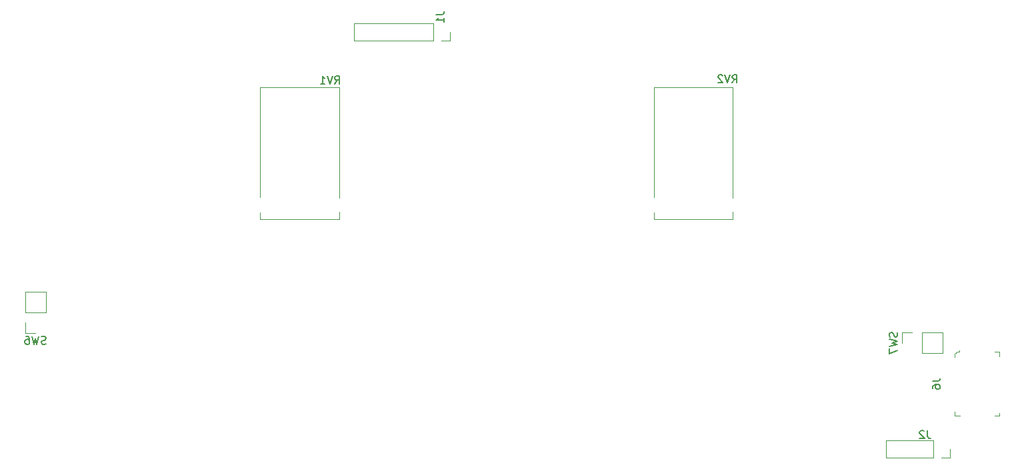
<source format=gbo>
G04 #@! TF.GenerationSoftware,KiCad,Pcbnew,(6.0.1)*
G04 #@! TF.CreationDate,2022-02-21T08:53:05-08:00*
G04 #@! TF.ProjectId,PhobGCC,50686f62-4743-4432-9e6b-696361645f70,rev?*
G04 #@! TF.SameCoordinates,Original*
G04 #@! TF.FileFunction,Legend,Bot*
G04 #@! TF.FilePolarity,Positive*
%FSLAX46Y46*%
G04 Gerber Fmt 4.6, Leading zero omitted, Abs format (unit mm)*
G04 Created by KiCad (PCBNEW (6.0.1)) date 2022-02-21 08:53:05*
%MOMM*%
%LPD*%
G01*
G04 APERTURE LIST*
G04 Aperture macros list*
%AMRoundRect*
0 Rectangle with rounded corners*
0 $1 Rounding radius*
0 $2 $3 $4 $5 $6 $7 $8 $9 X,Y pos of 4 corners*
0 Add a 4 corners polygon primitive as box body*
4,1,4,$2,$3,$4,$5,$6,$7,$8,$9,$2,$3,0*
0 Add four circle primitives for the rounded corners*
1,1,$1+$1,$2,$3*
1,1,$1+$1,$4,$5*
1,1,$1+$1,$6,$7*
1,1,$1+$1,$8,$9*
0 Add four rect primitives between the rounded corners*
20,1,$1+$1,$2,$3,$4,$5,0*
20,1,$1+$1,$4,$5,$6,$7,0*
20,1,$1+$1,$6,$7,$8,$9,0*
20,1,$1+$1,$8,$9,$2,$3,0*%
%AMHorizOval*
0 Thick line with rounded ends*
0 $1 width*
0 $2 $3 position (X,Y) of the first rounded end (center of the circle)*
0 $4 $5 position (X,Y) of the second rounded end (center of the circle)*
0 Add line between two ends*
20,1,$1,$2,$3,$4,$5,0*
0 Add two circle primitives to create the rounded ends*
1,1,$1,$2,$3*
1,1,$1,$4,$5*%
G04 Aperture macros list end*
%ADD10C,0.150000*%
%ADD11C,0.120000*%
%ADD12C,0.100000*%
%ADD13C,1.498000*%
%ADD14RoundRect,0.200000X-0.423205X-0.333013X-0.076795X-0.533013X0.423205X0.333013X0.076795X0.533013X0*%
%ADD15C,1.600000*%
%ADD16HorizOval,1.600000X-0.026168X-0.499315X0.026168X0.499315X0*%
%ADD17C,2.000000*%
%ADD18HorizOval,2.800000X-0.568661X0.191376X0.568661X-0.191376X0*%
%ADD19HorizOval,0.800000X-0.018318X-0.349520X0.018318X0.349520X0*%
%ADD20HorizOval,0.800000X-0.349520X0.018318X0.349520X-0.018318X0*%
%ADD21R,1.700000X1.700000*%
%ADD22R,1.600000X1.600000*%
%ADD23C,5.200000*%
%ADD24C,1.800000*%
%ADD25C,2.400000*%
%ADD26C,2.200000*%
%ADD27O,2.800000X2.200000*%
%ADD28O,1.700000X1.700000*%
%ADD29O,1.600000X2.500000*%
%ADD30C,1.400000*%
%ADD31R,1.350000X1.350000*%
%ADD32O,1.350000X1.350000*%
%ADD33R,1.400000X1.400000*%
%ADD34O,1.400000X1.400000*%
%ADD35R,1.350000X0.400000*%
%ADD36O,1.550000X1.000000*%
%ADD37O,0.950000X1.250000*%
G04 APERTURE END LIST*
D10*
X55383333Y-92534761D02*
X55240476Y-92582380D01*
X55002380Y-92582380D01*
X54907142Y-92534761D01*
X54859523Y-92487142D01*
X54811904Y-92391904D01*
X54811904Y-92296666D01*
X54859523Y-92201428D01*
X54907142Y-92153809D01*
X55002380Y-92106190D01*
X55192857Y-92058571D01*
X55288095Y-92010952D01*
X55335714Y-91963333D01*
X55383333Y-91868095D01*
X55383333Y-91772857D01*
X55335714Y-91677619D01*
X55288095Y-91630000D01*
X55192857Y-91582380D01*
X54954761Y-91582380D01*
X54811904Y-91630000D01*
X54478571Y-91582380D02*
X54240476Y-92582380D01*
X54050000Y-91868095D01*
X53859523Y-92582380D01*
X53621428Y-91582380D01*
X52811904Y-91582380D02*
X53002380Y-91582380D01*
X53097619Y-91630000D01*
X53145238Y-91677619D01*
X53240476Y-91820476D01*
X53288095Y-92010952D01*
X53288095Y-92391904D01*
X53240476Y-92487142D01*
X53192857Y-92534761D01*
X53097619Y-92582380D01*
X52907142Y-92582380D01*
X52811904Y-92534761D01*
X52764285Y-92487142D01*
X52716666Y-92391904D01*
X52716666Y-92153809D01*
X52764285Y-92058571D01*
X52811904Y-92010952D01*
X52907142Y-91963333D01*
X53097619Y-91963333D01*
X53192857Y-92010952D01*
X53240476Y-92058571D01*
X53288095Y-92153809D01*
X163474761Y-91066666D02*
X163522380Y-91209523D01*
X163522380Y-91447619D01*
X163474761Y-91542857D01*
X163427142Y-91590476D01*
X163331904Y-91638095D01*
X163236666Y-91638095D01*
X163141428Y-91590476D01*
X163093809Y-91542857D01*
X163046190Y-91447619D01*
X162998571Y-91257142D01*
X162950952Y-91161904D01*
X162903333Y-91114285D01*
X162808095Y-91066666D01*
X162712857Y-91066666D01*
X162617619Y-91114285D01*
X162570000Y-91161904D01*
X162522380Y-91257142D01*
X162522380Y-91495238D01*
X162570000Y-91638095D01*
X162522380Y-91971428D02*
X163522380Y-92209523D01*
X162808095Y-92400000D01*
X163522380Y-92590476D01*
X162522380Y-92828571D01*
X162522380Y-93114285D02*
X162522380Y-93780952D01*
X163522380Y-93352380D01*
X142545238Y-59352380D02*
X142878571Y-58876190D01*
X143116666Y-59352380D02*
X143116666Y-58352380D01*
X142735714Y-58352380D01*
X142640476Y-58400000D01*
X142592857Y-58447619D01*
X142545238Y-58542857D01*
X142545238Y-58685714D01*
X142592857Y-58780952D01*
X142640476Y-58828571D01*
X142735714Y-58876190D01*
X143116666Y-58876190D01*
X142259523Y-58352380D02*
X141926190Y-59352380D01*
X141592857Y-58352380D01*
X141307142Y-58447619D02*
X141259523Y-58400000D01*
X141164285Y-58352380D01*
X140926190Y-58352380D01*
X140830952Y-58400000D01*
X140783333Y-58447619D01*
X140735714Y-58542857D01*
X140735714Y-58638095D01*
X140783333Y-58780952D01*
X141354761Y-59352380D01*
X140735714Y-59352380D01*
X92045238Y-59502380D02*
X92378571Y-59026190D01*
X92616666Y-59502380D02*
X92616666Y-58502380D01*
X92235714Y-58502380D01*
X92140476Y-58550000D01*
X92092857Y-58597619D01*
X92045238Y-58692857D01*
X92045238Y-58835714D01*
X92092857Y-58930952D01*
X92140476Y-58978571D01*
X92235714Y-59026190D01*
X92616666Y-59026190D01*
X91759523Y-58502380D02*
X91426190Y-59502380D01*
X91092857Y-58502380D01*
X90235714Y-59502380D02*
X90807142Y-59502380D01*
X90521428Y-59502380D02*
X90521428Y-58502380D01*
X90616666Y-58645238D01*
X90711904Y-58740476D01*
X90807142Y-58788095D01*
X167333333Y-103552380D02*
X167333333Y-104266666D01*
X167380952Y-104409523D01*
X167476190Y-104504761D01*
X167619047Y-104552380D01*
X167714285Y-104552380D01*
X166904761Y-103647619D02*
X166857142Y-103600000D01*
X166761904Y-103552380D01*
X166523809Y-103552380D01*
X166428571Y-103600000D01*
X166380952Y-103647619D01*
X166333333Y-103742857D01*
X166333333Y-103838095D01*
X166380952Y-103980952D01*
X166952380Y-104552380D01*
X166333333Y-104552380D01*
X104952380Y-50666666D02*
X105666666Y-50666666D01*
X105809523Y-50619047D01*
X105904761Y-50523809D01*
X105952380Y-50380952D01*
X105952380Y-50285714D01*
X105952380Y-51666666D02*
X105952380Y-51095238D01*
X105952380Y-51380952D02*
X104952380Y-51380952D01*
X105095238Y-51285714D01*
X105190476Y-51190476D01*
X105238095Y-51095238D01*
X167952380Y-97266666D02*
X168666666Y-97266666D01*
X168809523Y-97219047D01*
X168904761Y-97123809D01*
X168952380Y-96980952D01*
X168952380Y-96885714D01*
X167952380Y-98171428D02*
X167952380Y-97980952D01*
X168000000Y-97885714D01*
X168047619Y-97838095D01*
X168190476Y-97742857D01*
X168380952Y-97695238D01*
X168761904Y-97695238D01*
X168857142Y-97742857D01*
X168904761Y-97790476D01*
X168952380Y-97885714D01*
X168952380Y-98076190D01*
X168904761Y-98171428D01*
X168857142Y-98219047D01*
X168761904Y-98266666D01*
X168523809Y-98266666D01*
X168428571Y-98219047D01*
X168380952Y-98171428D01*
X168333333Y-98076190D01*
X168333333Y-97885714D01*
X168380952Y-97790476D01*
X168428571Y-97742857D01*
X168523809Y-97695238D01*
D11*
X52720000Y-89800000D02*
X52720000Y-91130000D01*
X52720000Y-88530000D02*
X52720000Y-85930000D01*
X52720000Y-85930000D02*
X55380000Y-85930000D01*
X55380000Y-88530000D02*
X55380000Y-85930000D01*
X52720000Y-88530000D02*
X55380000Y-88530000D01*
X52720000Y-91130000D02*
X54050000Y-91130000D01*
X166670000Y-93730000D02*
X169270000Y-93730000D01*
X166670000Y-91070000D02*
X169270000Y-91070000D01*
X169270000Y-91070000D02*
X169270000Y-93730000D01*
X165400000Y-91070000D02*
X164070000Y-91070000D01*
X164070000Y-91070000D02*
X164070000Y-92400000D01*
X166670000Y-91070000D02*
X166670000Y-93730000D01*
D12*
X142600000Y-59900000D02*
X132600000Y-59900000D01*
X142600000Y-59900000D02*
X142600000Y-76650000D01*
X142600000Y-76650000D02*
X132600000Y-76650000D01*
X132600000Y-59900000D02*
X132600000Y-76650000D01*
X92600000Y-76650000D02*
X82600000Y-76650000D01*
X92600000Y-59900000D02*
X82600000Y-59900000D01*
X82600000Y-59900000D02*
X82600000Y-76650000D01*
X92600000Y-59900000D02*
X92600000Y-76650000D01*
D11*
X168100000Y-106960000D02*
X162040000Y-106960000D01*
X162040000Y-106960000D02*
X162040000Y-104840000D01*
X170160000Y-106960000D02*
X170160000Y-105900000D01*
X169100000Y-106960000D02*
X170160000Y-106960000D01*
X168100000Y-104840000D02*
X162040000Y-104840000D01*
X168100000Y-106960000D02*
X168100000Y-104840000D01*
X104600000Y-53960000D02*
X94540000Y-53960000D01*
X105600000Y-53960000D02*
X106660000Y-53960000D01*
X104600000Y-53960000D02*
X104600000Y-51840000D01*
X94540000Y-53960000D02*
X94540000Y-51840000D01*
X104600000Y-51840000D02*
X94540000Y-51840000D01*
X106660000Y-53960000D02*
X106660000Y-52900000D01*
D12*
X171400000Y-93500000D02*
X171400000Y-93350000D01*
X170750000Y-94250000D02*
X170750000Y-93800000D01*
X170750000Y-101700000D02*
X171450000Y-101700000D01*
X170750000Y-93800000D02*
X171100000Y-93500000D01*
X170750000Y-101200000D02*
X170750000Y-101700000D01*
X175900000Y-93500000D02*
X176450000Y-93500000D01*
X176450000Y-101700000D02*
X176450000Y-101300000D01*
X175850000Y-101700000D02*
X176450000Y-101700000D01*
X176450000Y-93500000D02*
X176450000Y-94150000D01*
X171100000Y-93500000D02*
X171400000Y-93500000D01*
%LPC*%
D13*
X160802886Y-61650000D03*
X164700000Y-63900000D03*
D14*
X159248111Y-58442949D03*
X168254775Y-63642949D03*
X166262917Y-62492949D03*
X161239969Y-59592949D03*
D15*
X71131628Y-83616071D03*
X71678538Y-73180393D03*
D16*
X64368635Y-83687221D03*
X78441531Y-73109243D03*
D17*
X71261159Y-81144463D03*
X71549007Y-75652001D03*
D18*
X77040155Y-84181074D03*
X65770011Y-72615390D03*
D19*
X73228104Y-67879226D03*
X71959844Y-67812759D03*
X70691585Y-67746292D03*
D20*
X60886077Y-76575211D03*
X60819610Y-77843471D03*
X60753143Y-79111730D03*
D15*
X68427018Y-87454784D03*
X70923592Y-87585624D03*
X73420166Y-87716464D03*
X80461635Y-81376297D03*
X80592475Y-78879723D03*
X80723315Y-76383149D03*
D21*
X119500000Y-52500000D03*
D22*
X129120000Y-56150000D03*
D15*
X126580000Y-56150000D03*
X124040000Y-56150000D03*
X121500000Y-56150000D03*
X118960000Y-56150000D03*
X116420000Y-56150000D03*
X113880000Y-56150000D03*
X111340000Y-56150000D03*
X108800000Y-56150000D03*
X106260000Y-56150000D03*
X103720000Y-56150000D03*
X101180000Y-56150000D03*
X98640000Y-56150000D03*
X96100000Y-56150000D03*
X96100000Y-61230000D03*
X96100000Y-63770000D03*
X96100000Y-71390000D03*
X98640000Y-71390000D03*
X101180000Y-71390000D03*
X103720000Y-71390000D03*
X106260000Y-71390000D03*
X108800000Y-71390000D03*
X111340000Y-71390000D03*
X113880000Y-71390000D03*
X116420000Y-71390000D03*
X118960000Y-71390000D03*
X121500000Y-71390000D03*
X124040000Y-71390000D03*
X126580000Y-71390000D03*
X129120000Y-71390000D03*
X121500000Y-68850000D03*
X127850000Y-64000000D03*
X127850000Y-61870000D03*
D23*
X75600000Y-98400000D03*
D17*
X57600000Y-87900000D03*
D24*
X106000000Y-78400000D03*
X119200000Y-78400000D03*
D25*
X159600000Y-68400000D03*
D17*
X167600000Y-87900000D03*
D21*
X112400000Y-52900000D03*
D26*
X60616622Y-67616621D03*
D27*
X172400000Y-103400000D03*
D26*
X82183378Y-89183378D03*
D21*
X54050000Y-89800000D03*
D28*
X54050000Y-87260000D03*
D21*
X165400000Y-92400000D03*
D28*
X167940000Y-92400000D03*
D29*
X133250000Y-74900000D03*
X141950000Y-74900000D03*
D30*
X140000000Y-63400000D03*
X137600000Y-63400000D03*
X135200000Y-63400000D03*
D29*
X91950000Y-74900000D03*
X83250000Y-74900000D03*
D30*
X90000000Y-63400000D03*
X87600000Y-63400000D03*
X85200000Y-63400000D03*
D31*
X169100000Y-105900000D03*
D32*
X167100000Y-105900000D03*
X165100000Y-105900000D03*
X163100000Y-105900000D03*
D33*
X105600000Y-52900000D03*
D34*
X103600000Y-52900000D03*
X101600000Y-52900000D03*
X99600000Y-52900000D03*
X97600000Y-52900000D03*
X95600000Y-52900000D03*
D35*
X171000000Y-96300000D03*
X171000000Y-96950000D03*
X171000000Y-97600000D03*
X171000000Y-98250000D03*
X171000000Y-98900000D03*
D36*
X173700000Y-101100000D03*
D37*
X171000000Y-100100000D03*
X171000000Y-95100000D03*
D36*
X173700000Y-94100000D03*
M02*

</source>
